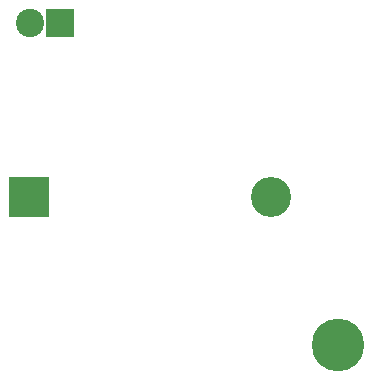
<source format=gbr>
G04 #@! TF.FileFunction,Soldermask,Bot*
%FSLAX46Y46*%
G04 Gerber Fmt 4.6, Leading zero omitted, Abs format (unit mm)*
G04 Created by KiCad (PCBNEW no-vcs-found-undefined) date Sun Oct 23 13:20:11 2016*
%MOMM*%
%LPD*%
G01*
G04 APERTURE LIST*
%ADD10C,0.100000*%
%ADD11C,3.400000*%
%ADD12R,3.400000X3.400000*%
%ADD13R,2.400000X2.400000*%
%ADD14C,2.400000*%
%ADD15C,4.464000*%
G04 APERTURE END LIST*
D10*
D11*
X149280001Y-89075074D03*
D12*
X128790001Y-89075074D03*
D13*
X131440000Y-74375000D03*
D14*
X128900000Y-74375000D03*
D15*
X154940000Y-101600000D03*
M02*

</source>
